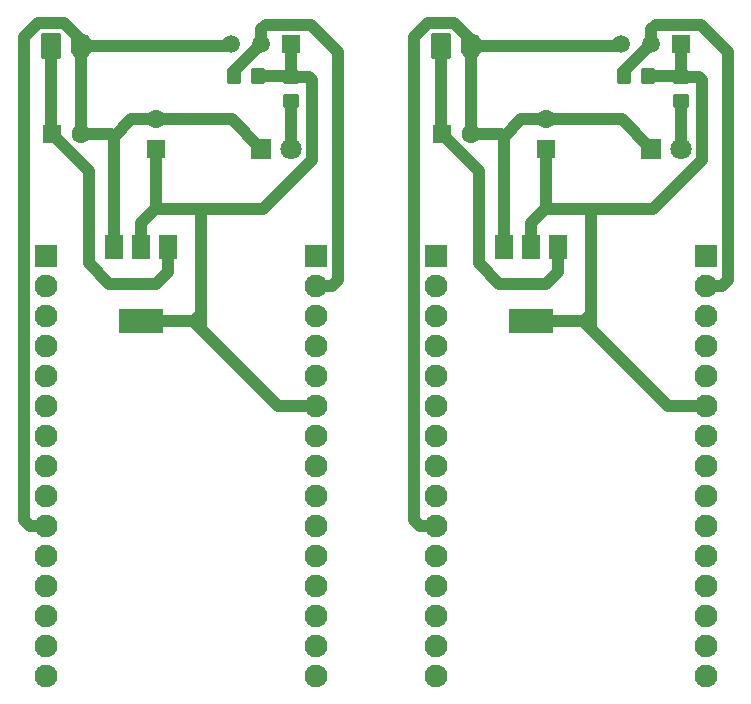
<source format=gbr>
%TF.GenerationSoftware,KiCad,Pcbnew,7.0.6*%
%TF.CreationDate,2023-08-08T13:43:34+01:00*%
%TF.ProjectId,8266Node,38323636-4e6f-4646-952e-6b696361645f,rev?*%
%TF.SameCoordinates,Original*%
%TF.FileFunction,Copper,L2,Bot*%
%TF.FilePolarity,Positive*%
%FSLAX46Y46*%
G04 Gerber Fmt 4.6, Leading zero omitted, Abs format (unit mm)*
G04 Created by KiCad (PCBNEW 7.0.6) date 2023-08-08 13:43:34*
%MOMM*%
%LPD*%
G01*
G04 APERTURE LIST*
G04 Aperture macros list*
%AMRoundRect*
0 Rectangle with rounded corners*
0 $1 Rounding radius*
0 $2 $3 $4 $5 $6 $7 $8 $9 X,Y pos of 4 corners*
0 Add a 4 corners polygon primitive as box body*
4,1,4,$2,$3,$4,$5,$6,$7,$8,$9,$2,$3,0*
0 Add four circle primitives for the rounded corners*
1,1,$1+$1,$2,$3*
1,1,$1+$1,$4,$5*
1,1,$1+$1,$6,$7*
1,1,$1+$1,$8,$9*
0 Add four rect primitives between the rounded corners*
20,1,$1+$1,$2,$3,$4,$5,0*
20,1,$1+$1,$4,$5,$6,$7,0*
20,1,$1+$1,$6,$7,$8,$9,0*
20,1,$1+$1,$8,$9,$2,$3,0*%
G04 Aperture macros list end*
%TA.AperFunction,ComponentPad*%
%ADD10R,1.500000X1.500000*%
%TD*%
%TA.AperFunction,ComponentPad*%
%ADD11C,1.500000*%
%TD*%
%TA.AperFunction,ComponentPad*%
%ADD12R,1.930000X1.930000*%
%TD*%
%TA.AperFunction,ComponentPad*%
%ADD13C,1.930000*%
%TD*%
%TA.AperFunction,ComponentPad*%
%ADD14RoundRect,0.250000X-0.620000X-0.845000X0.620000X-0.845000X0.620000X0.845000X-0.620000X0.845000X0*%
%TD*%
%TA.AperFunction,ComponentPad*%
%ADD15O,1.740000X2.190000*%
%TD*%
%TA.AperFunction,ComponentPad*%
%ADD16R,1.600000X1.600000*%
%TD*%
%TA.AperFunction,ComponentPad*%
%ADD17C,1.600000*%
%TD*%
%TA.AperFunction,ComponentPad*%
%ADD18R,1.800000X1.800000*%
%TD*%
%TA.AperFunction,ComponentPad*%
%ADD19C,1.800000*%
%TD*%
%TA.AperFunction,SMDPad,CuDef*%
%ADD20R,1.500000X2.000000*%
%TD*%
%TA.AperFunction,SMDPad,CuDef*%
%ADD21R,3.800000X2.000000*%
%TD*%
%TA.AperFunction,SMDPad,CuDef*%
%ADD22RoundRect,0.250000X-0.450000X0.350000X-0.450000X-0.350000X0.450000X-0.350000X0.450000X0.350000X0*%
%TD*%
%TA.AperFunction,SMDPad,CuDef*%
%ADD23RoundRect,0.250000X0.350000X0.450000X-0.350000X0.450000X-0.350000X-0.450000X0.350000X-0.450000X0*%
%TD*%
%TA.AperFunction,Conductor*%
%ADD24C,1.000000*%
%TD*%
G04 APERTURE END LIST*
D10*
%TO.P,U1,1,VCC*%
%TO.N,+3V3*%
X107950000Y-38100000D03*
D11*
%TO.P,U1,2,IO*%
%TO.N,Net-(A1B-D1)*%
X105410000Y-38100000D03*
%TO.P,U1,3,GND*%
%TO.N,GND*%
X102870000Y-38100000D03*
%TD*%
D12*
%TO.P,A1,J1_1,A0*%
%TO.N,unconnected-(A1A-A0-PadJ1_1)*%
X87180000Y-56035000D03*
D13*
%TO.P,A1,J1_2,RSV1*%
%TO.N,unconnected-(A1A-RSV1-PadJ1_2)*%
X87180000Y-58575000D03*
%TO.P,A1,J1_3,RSV2*%
%TO.N,unconnected-(A1A-RSV2-PadJ1_3)*%
X87180000Y-61115000D03*
%TO.P,A1,J1_4,SD3*%
%TO.N,unconnected-(A1A-SD3-PadJ1_4)*%
X87180000Y-63655000D03*
%TO.P,A1,J1_5,SD2*%
%TO.N,unconnected-(A1A-SD2-PadJ1_5)*%
X87180000Y-66195000D03*
%TO.P,A1,J1_6,SD1*%
%TO.N,unconnected-(A1A-SD1-PadJ1_6)*%
X87180000Y-68735000D03*
%TO.P,A1,J1_7,CMD*%
%TO.N,unconnected-(A1A-CMD-PadJ1_7)*%
X87180000Y-71275000D03*
%TO.P,A1,J1_8,SD0*%
%TO.N,unconnected-(A1A-SD0-PadJ1_8)*%
X87180000Y-73815000D03*
%TO.P,A1,J1_9,CLK*%
%TO.N,unconnected-(A1A-CLK-PadJ1_9)*%
X87180000Y-76355000D03*
%TO.P,A1,J1_10,GND*%
%TO.N,GND*%
X87180000Y-78895000D03*
%TO.P,A1,J1_11,3V3*%
%TO.N,unconnected-(A1A-3V3-PadJ1_11)*%
X87180000Y-81435000D03*
%TO.P,A1,J1_12,EN*%
%TO.N,unconnected-(A1A-EN-PadJ1_12)*%
X87180000Y-83975000D03*
%TO.P,A1,J1_13,RST*%
%TO.N,unconnected-(A1A-RST-PadJ1_13)*%
X87180000Y-86515000D03*
%TO.P,A1,J1_14,GND*%
%TO.N,unconnected-(A1A-GND-PadJ1_14)*%
X87180000Y-89055000D03*
%TO.P,A1,J1_15,VIN*%
%TO.N,unconnected-(A1A-VIN-PadJ1_15)*%
X87180000Y-91595000D03*
D12*
%TO.P,A1,J2_1,D0*%
%TO.N,unconnected-(A1B-D0-PadJ2_1)*%
X110040000Y-56035000D03*
D13*
%TO.P,A1,J2_2,D1*%
%TO.N,Net-(A1B-D1)*%
X110040000Y-58575000D03*
%TO.P,A1,J2_3,D2*%
%TO.N,unconnected-(A1B-D2-PadJ2_3)*%
X110040000Y-61115000D03*
%TO.P,A1,J2_4,D3*%
%TO.N,unconnected-(A1B-D3-PadJ2_4)*%
X110040000Y-63655000D03*
%TO.P,A1,J2_5,D4*%
%TO.N,unconnected-(A1B-D4-PadJ2_5)*%
X110040000Y-66195000D03*
%TO.P,A1,J2_6,3V3*%
%TO.N,+3V3*%
X110040000Y-68735000D03*
%TO.P,A1,J2_7,GND*%
%TO.N,unconnected-(A1B-GND-PadJ2_7)*%
X110040000Y-71275000D03*
%TO.P,A1,J2_8,D5*%
%TO.N,unconnected-(A1B-D5-PadJ2_8)*%
X110040000Y-73815000D03*
%TO.P,A1,J2_9,D6*%
%TO.N,unconnected-(A1B-D6-PadJ2_9)*%
X110040000Y-76355000D03*
%TO.P,A1,J2_10,D7*%
%TO.N,unconnected-(A1B-D7-PadJ2_10)*%
X110040000Y-78895000D03*
%TO.P,A1,J2_11,D8*%
%TO.N,unconnected-(A1B-D8-PadJ2_11)*%
X110040000Y-81435000D03*
%TO.P,A1,J2_12,D9*%
%TO.N,unconnected-(A1B-D9-PadJ2_12)*%
X110040000Y-83975000D03*
%TO.P,A1,J2_13,D10*%
%TO.N,unconnected-(A1B-D10-PadJ2_13)*%
X110040000Y-86515000D03*
%TO.P,A1,J2_14,GND*%
%TO.N,unconnected-(A1B-GND-PadJ2_14)*%
X110040000Y-89055000D03*
%TO.P,A1,J2_15,3V3*%
%TO.N,unconnected-(A1B-3V3-PadJ2_15)*%
X110040000Y-91595000D03*
%TD*%
D14*
%TO.P,J2,1,Pin_1*%
%TO.N,Net-(J2-Pin_1)*%
X87630000Y-38295000D03*
D15*
%TO.P,J2,2,Pin_2*%
%TO.N,GND*%
X90170000Y-38295000D03*
%TD*%
D16*
%TO.P,C2,1*%
%TO.N,+3V3*%
X96520000Y-46990000D03*
D17*
%TO.P,C2,2*%
%TO.N,GND*%
X96520000Y-44490000D03*
%TD*%
D16*
%TO.P,C1,1*%
%TO.N,Net-(J2-Pin_1)*%
X87670000Y-45720000D03*
D17*
%TO.P,C1,2*%
%TO.N,GND*%
X90170000Y-45720000D03*
%TD*%
D18*
%TO.P,D1,1,K*%
%TO.N,GND*%
X105410000Y-46990000D03*
D19*
%TO.P,D1,2,A*%
%TO.N,Net-(D1-A)*%
X107950000Y-46990000D03*
%TD*%
D20*
%TO.P,U2,1,GND*%
%TO.N,GND*%
X92950000Y-55270000D03*
%TO.P,U2,2,VO*%
%TO.N,+3V3*%
X95250000Y-55270000D03*
D21*
X95250000Y-61570000D03*
D20*
%TO.P,U2,3,VI*%
%TO.N,Net-(J2-Pin_1)*%
X97550000Y-55270000D03*
%TD*%
D22*
%TO.P,R1,1*%
%TO.N,+3V3*%
X107950000Y-40910000D03*
%TO.P,R1,2*%
%TO.N,Net-(D1-A)*%
X107950000Y-42910000D03*
%TD*%
D23*
%TO.P,R2,1*%
%TO.N,+3V3*%
X105140000Y-40835000D03*
%TO.P,R2,2*%
%TO.N,Net-(A1B-D1)*%
X103140000Y-40835000D03*
%TD*%
D10*
%TO.P,U1,1,VCC*%
%TO.N,+3V3*%
X74930000Y-38100000D03*
D11*
%TO.P,U1,2,IO*%
%TO.N,Net-(A1B-D1)*%
X72390000Y-38100000D03*
%TO.P,U1,3,GND*%
%TO.N,GND*%
X69850000Y-38100000D03*
%TD*%
D12*
%TO.P,A1,J1_1,A0*%
%TO.N,unconnected-(A1A-A0-PadJ1_1)*%
X54160000Y-56035000D03*
D13*
%TO.P,A1,J1_2,RSV1*%
%TO.N,unconnected-(A1A-RSV1-PadJ1_2)*%
X54160000Y-58575000D03*
%TO.P,A1,J1_3,RSV2*%
%TO.N,unconnected-(A1A-RSV2-PadJ1_3)*%
X54160000Y-61115000D03*
%TO.P,A1,J1_4,SD3*%
%TO.N,unconnected-(A1A-SD3-PadJ1_4)*%
X54160000Y-63655000D03*
%TO.P,A1,J1_5,SD2*%
%TO.N,unconnected-(A1A-SD2-PadJ1_5)*%
X54160000Y-66195000D03*
%TO.P,A1,J1_6,SD1*%
%TO.N,unconnected-(A1A-SD1-PadJ1_6)*%
X54160000Y-68735000D03*
%TO.P,A1,J1_7,CMD*%
%TO.N,unconnected-(A1A-CMD-PadJ1_7)*%
X54160000Y-71275000D03*
%TO.P,A1,J1_8,SD0*%
%TO.N,unconnected-(A1A-SD0-PadJ1_8)*%
X54160000Y-73815000D03*
%TO.P,A1,J1_9,CLK*%
%TO.N,unconnected-(A1A-CLK-PadJ1_9)*%
X54160000Y-76355000D03*
%TO.P,A1,J1_10,GND*%
%TO.N,GND*%
X54160000Y-78895000D03*
%TO.P,A1,J1_11,3V3*%
%TO.N,unconnected-(A1A-3V3-PadJ1_11)*%
X54160000Y-81435000D03*
%TO.P,A1,J1_12,EN*%
%TO.N,unconnected-(A1A-EN-PadJ1_12)*%
X54160000Y-83975000D03*
%TO.P,A1,J1_13,RST*%
%TO.N,unconnected-(A1A-RST-PadJ1_13)*%
X54160000Y-86515000D03*
%TO.P,A1,J1_14,GND*%
%TO.N,unconnected-(A1A-GND-PadJ1_14)*%
X54160000Y-89055000D03*
%TO.P,A1,J1_15,VIN*%
%TO.N,unconnected-(A1A-VIN-PadJ1_15)*%
X54160000Y-91595000D03*
D12*
%TO.P,A1,J2_1,D0*%
%TO.N,unconnected-(A1B-D0-PadJ2_1)*%
X77020000Y-56035000D03*
D13*
%TO.P,A1,J2_2,D1*%
%TO.N,Net-(A1B-D1)*%
X77020000Y-58575000D03*
%TO.P,A1,J2_3,D2*%
%TO.N,unconnected-(A1B-D2-PadJ2_3)*%
X77020000Y-61115000D03*
%TO.P,A1,J2_4,D3*%
%TO.N,unconnected-(A1B-D3-PadJ2_4)*%
X77020000Y-63655000D03*
%TO.P,A1,J2_5,D4*%
%TO.N,unconnected-(A1B-D4-PadJ2_5)*%
X77020000Y-66195000D03*
%TO.P,A1,J2_6,3V3*%
%TO.N,+3V3*%
X77020000Y-68735000D03*
%TO.P,A1,J2_7,GND*%
%TO.N,unconnected-(A1B-GND-PadJ2_7)*%
X77020000Y-71275000D03*
%TO.P,A1,J2_8,D5*%
%TO.N,unconnected-(A1B-D5-PadJ2_8)*%
X77020000Y-73815000D03*
%TO.P,A1,J2_9,D6*%
%TO.N,unconnected-(A1B-D6-PadJ2_9)*%
X77020000Y-76355000D03*
%TO.P,A1,J2_10,D7*%
%TO.N,unconnected-(A1B-D7-PadJ2_10)*%
X77020000Y-78895000D03*
%TO.P,A1,J2_11,D8*%
%TO.N,unconnected-(A1B-D8-PadJ2_11)*%
X77020000Y-81435000D03*
%TO.P,A1,J2_12,D9*%
%TO.N,unconnected-(A1B-D9-PadJ2_12)*%
X77020000Y-83975000D03*
%TO.P,A1,J2_13,D10*%
%TO.N,unconnected-(A1B-D10-PadJ2_13)*%
X77020000Y-86515000D03*
%TO.P,A1,J2_14,GND*%
%TO.N,unconnected-(A1B-GND-PadJ2_14)*%
X77020000Y-89055000D03*
%TO.P,A1,J2_15,3V3*%
%TO.N,unconnected-(A1B-3V3-PadJ2_15)*%
X77020000Y-91595000D03*
%TD*%
D18*
%TO.P,D1,1,K*%
%TO.N,GND*%
X72390000Y-46990000D03*
D19*
%TO.P,D1,2,A*%
%TO.N,Net-(D1-A)*%
X74930000Y-46990000D03*
%TD*%
D14*
%TO.P,J2,1,Pin_1*%
%TO.N,Net-(J2-Pin_1)*%
X54610000Y-38295000D03*
D15*
%TO.P,J2,2,Pin_2*%
%TO.N,GND*%
X57150000Y-38295000D03*
%TD*%
D16*
%TO.P,C2,1*%
%TO.N,+3V3*%
X63500000Y-46990000D03*
D17*
%TO.P,C2,2*%
%TO.N,GND*%
X63500000Y-44490000D03*
%TD*%
D16*
%TO.P,C1,1*%
%TO.N,Net-(J2-Pin_1)*%
X54650000Y-45720000D03*
D17*
%TO.P,C1,2*%
%TO.N,GND*%
X57150000Y-45720000D03*
%TD*%
D22*
%TO.P,R1,1*%
%TO.N,+3V3*%
X74930000Y-40910000D03*
%TO.P,R1,2*%
%TO.N,Net-(D1-A)*%
X74930000Y-42910000D03*
%TD*%
D23*
%TO.P,R2,1*%
%TO.N,+3V3*%
X72120000Y-40835000D03*
%TO.P,R2,2*%
%TO.N,Net-(A1B-D1)*%
X70120000Y-40835000D03*
%TD*%
D20*
%TO.P,U2,1,GND*%
%TO.N,GND*%
X59930000Y-55270000D03*
%TO.P,U2,2,VO*%
%TO.N,+3V3*%
X62230000Y-55270000D03*
D21*
X62230000Y-61570000D03*
D20*
%TO.P,U2,3,VI*%
%TO.N,Net-(J2-Pin_1)*%
X64530000Y-55270000D03*
%TD*%
D24*
%TO.N,Net-(A1B-D1)*%
X111905000Y-38755000D02*
X111905000Y-58074716D01*
X105410000Y-36830000D02*
X105790000Y-36450000D01*
X111404716Y-58575000D02*
X110040000Y-58575000D01*
X111905000Y-58074716D02*
X111404716Y-58575000D01*
X105790000Y-36450000D02*
X109600000Y-36450000D01*
X109600000Y-36450000D02*
X111905000Y-38755000D01*
X105410000Y-38100000D02*
X105410000Y-36830000D01*
%TO.N,GND*%
X94420000Y-44490000D02*
X92950000Y-45960000D01*
X85315000Y-37518654D02*
X86533654Y-36300000D01*
X102675000Y-38295000D02*
X102870000Y-38100000D01*
X86533654Y-36300000D02*
X88726346Y-36300000D01*
X92950000Y-55270000D02*
X92950000Y-45960000D01*
X92710000Y-45720000D02*
X90170000Y-45720000D01*
X88726346Y-36300000D02*
X90170000Y-37743654D01*
X85315000Y-37518654D02*
X85315000Y-78394716D01*
X85815284Y-78895000D02*
X87180000Y-78895000D01*
X96520000Y-44490000D02*
X94420000Y-44490000D01*
X105410000Y-46990000D02*
X102910000Y-44490000D01*
X85315000Y-78394716D02*
X85815284Y-78895000D01*
X90170000Y-37743654D02*
X90170000Y-38295000D01*
X90170000Y-38295000D02*
X102675000Y-38295000D01*
X90170000Y-45720000D02*
X90170000Y-38295000D01*
%TO.N,+3V3*%
X99720000Y-61570000D02*
X100330000Y-60960000D01*
%TO.N,GND*%
X92950000Y-45960000D02*
X92710000Y-45720000D01*
X102910000Y-44490000D02*
X96520000Y-44490000D01*
%TO.N,Net-(A1B-D1)*%
X103140000Y-40370000D02*
X105410000Y-38100000D01*
%TO.N,+3V3*%
X100330000Y-62230000D02*
X100330000Y-60960000D01*
%TO.N,Net-(J2-Pin_1)*%
X97550000Y-57390000D02*
X97550000Y-55270000D01*
%TO.N,+3V3*%
X107950000Y-38100000D02*
X107950000Y-40640000D01*
%TO.N,Net-(J2-Pin_1)*%
X90800000Y-56670000D02*
X92550000Y-58420000D01*
X87670000Y-45720000D02*
X90800000Y-48850000D01*
X87630000Y-38295000D02*
X87630000Y-45680000D01*
%TO.N,+3V3*%
X107950000Y-40910000D02*
X109490000Y-40910000D01*
%TO.N,Net-(J2-Pin_1)*%
X90800000Y-48850000D02*
X90800000Y-56670000D01*
%TO.N,+3V3*%
X110040000Y-68735000D02*
X106835000Y-68735000D01*
%TO.N,Net-(J2-Pin_1)*%
X96520000Y-58420000D02*
X97550000Y-57390000D01*
%TO.N,Net-(A1B-D1)*%
X103140000Y-40835000D02*
X103140000Y-40370000D01*
%TO.N,Net-(J2-Pin_1)*%
X92550000Y-58420000D02*
X96520000Y-58420000D01*
X87630000Y-45680000D02*
X87670000Y-45720000D01*
%TO.N,+3V3*%
X99670000Y-61570000D02*
X99720000Y-61570000D01*
X107950000Y-40640000D02*
X107950000Y-40910000D01*
X96520000Y-46990000D02*
X96520000Y-52000000D01*
X105601598Y-52070000D02*
X100330000Y-52070000D01*
X95250000Y-61570000D02*
X99670000Y-61570000D01*
%TO.N,Net-(D1-A)*%
X107950000Y-46990000D02*
X107950000Y-42910000D01*
%TO.N,+3V3*%
X107755000Y-40835000D02*
X107950000Y-40640000D01*
X105140000Y-40835000D02*
X107755000Y-40835000D01*
X100330000Y-52070000D02*
X96450000Y-52070000D01*
X100330000Y-60960000D02*
X100330000Y-52070000D01*
X96520000Y-52000000D02*
X96450000Y-52070000D01*
X109490000Y-40910000D02*
X109750000Y-41170000D01*
X99670000Y-61570000D02*
X100330000Y-62230000D01*
X109750000Y-47921598D02*
X105601598Y-52070000D01*
X106835000Y-68735000D02*
X100330000Y-62230000D01*
X96450000Y-52070000D02*
X95250000Y-53270000D01*
X95250000Y-53270000D02*
X95250000Y-55270000D01*
X109750000Y-41170000D02*
X109750000Y-47921598D01*
%TO.N,Net-(A1B-D1)*%
X78885000Y-58074716D02*
X78384716Y-58575000D01*
X78885000Y-38755000D02*
X78885000Y-58074716D01*
X78384716Y-58575000D02*
X77020000Y-58575000D01*
X72770000Y-36450000D02*
X76580000Y-36450000D01*
X72390000Y-36830000D02*
X72770000Y-36450000D01*
X76580000Y-36450000D02*
X78885000Y-38755000D01*
X72390000Y-38100000D02*
X72390000Y-36830000D01*
%TO.N,GND*%
X61400000Y-44490000D02*
X59930000Y-45960000D01*
X53513654Y-36300000D02*
X55706346Y-36300000D01*
X72390000Y-46990000D02*
X69890000Y-44490000D01*
X57150000Y-38295000D02*
X69655000Y-38295000D01*
X52795284Y-78895000D02*
X54160000Y-78895000D01*
X69655000Y-38295000D02*
X69850000Y-38100000D01*
X63500000Y-44490000D02*
X61400000Y-44490000D01*
X57150000Y-37743654D02*
X57150000Y-38295000D01*
X52295000Y-37518654D02*
X53513654Y-36300000D01*
X59930000Y-55270000D02*
X59930000Y-45960000D01*
X52295000Y-78394716D02*
X52795284Y-78895000D01*
X52295000Y-37518654D02*
X52295000Y-78394716D01*
X69890000Y-44490000D02*
X63500000Y-44490000D01*
X59930000Y-45960000D02*
X59690000Y-45720000D01*
X55706346Y-36300000D02*
X57150000Y-37743654D01*
X59690000Y-45720000D02*
X57150000Y-45720000D01*
X57150000Y-45720000D02*
X57150000Y-38295000D01*
%TO.N,+3V3*%
X76470000Y-40910000D02*
X76730000Y-41170000D01*
X73815000Y-68735000D02*
X67310000Y-62230000D01*
X76730000Y-41170000D02*
X76730000Y-47921598D01*
X63500000Y-52000000D02*
X63430000Y-52070000D01*
X67310000Y-60960000D02*
X67310000Y-52070000D01*
X62230000Y-53270000D02*
X62230000Y-55270000D01*
X63430000Y-52070000D02*
X62230000Y-53270000D01*
X76730000Y-47921598D02*
X72581598Y-52070000D01*
X66650000Y-61570000D02*
X67310000Y-62230000D01*
X72120000Y-40835000D02*
X74735000Y-40835000D01*
X67310000Y-52070000D02*
X63430000Y-52070000D01*
X74930000Y-40910000D02*
X76470000Y-40910000D01*
X74930000Y-38100000D02*
X74930000Y-40640000D01*
X72581598Y-52070000D02*
X67310000Y-52070000D01*
X66700000Y-61570000D02*
X67310000Y-60960000D01*
X77020000Y-68735000D02*
X73815000Y-68735000D01*
X67310000Y-62230000D02*
X67310000Y-60960000D01*
X74735000Y-40835000D02*
X74930000Y-40640000D01*
X62230000Y-61570000D02*
X66650000Y-61570000D01*
X63500000Y-46990000D02*
X63500000Y-52000000D01*
X74930000Y-40640000D02*
X74930000Y-40910000D01*
X66650000Y-61570000D02*
X66700000Y-61570000D01*
%TO.N,Net-(A1B-D1)*%
X70120000Y-40835000D02*
X70120000Y-40370000D01*
X70120000Y-40370000D02*
X72390000Y-38100000D01*
%TO.N,Net-(J2-Pin_1)*%
X54610000Y-38295000D02*
X54610000Y-45680000D01*
X63500000Y-58420000D02*
X64530000Y-57390000D01*
X54610000Y-45680000D02*
X54650000Y-45720000D01*
X54650000Y-45720000D02*
X57780000Y-48850000D01*
X59530000Y-58420000D02*
X63500000Y-58420000D01*
X57780000Y-56670000D02*
X59530000Y-58420000D01*
X64530000Y-57390000D02*
X64530000Y-55270000D01*
X57780000Y-48850000D02*
X57780000Y-56670000D01*
%TO.N,Net-(D1-A)*%
X74930000Y-46990000D02*
X74930000Y-42910000D01*
%TD*%
M02*

</source>
